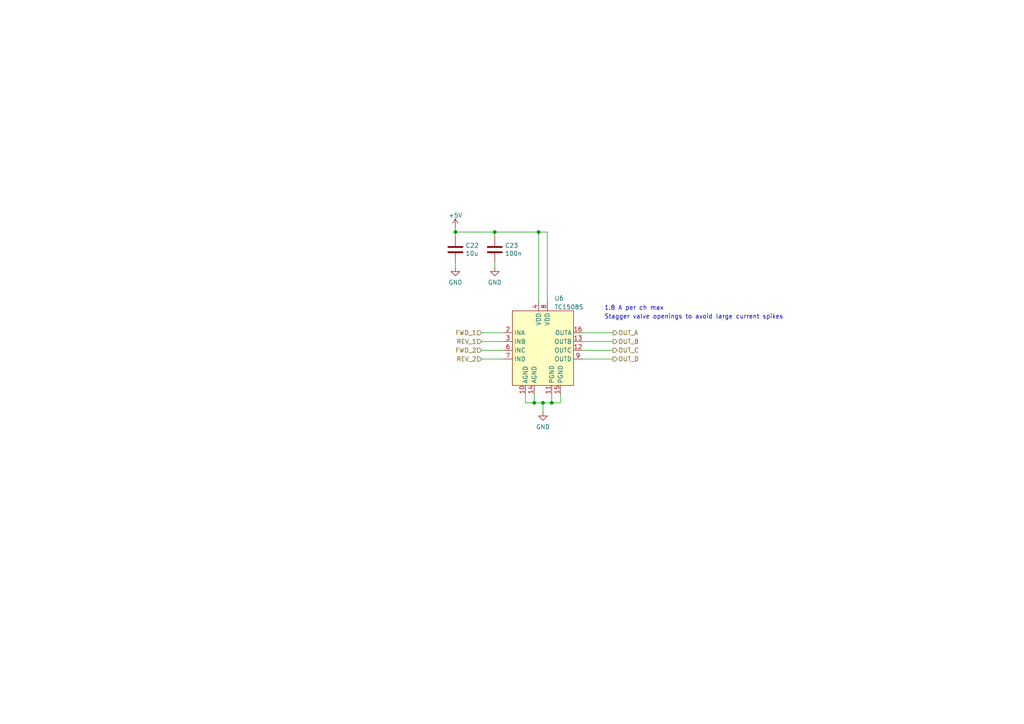
<source format=kicad_sch>
(kicad_sch (version 20211123) (generator eeschema)
  (paper "A4")
  (title_block (title "CO2 Chamber - Valve Driver") (date "2022-06-21") (rev "2"))
  (lib_symbols
    (symbol "Device:C" (pin_numbers hide) (pin_names (offset 0.254))
      (property "Reference" "C" (at 0.635 2.54 0))
      (property "Value" "C" (at 0.635 -2.54 0))
      (symbol "C_0_1"
        (polyline (pts (xy -2.032 -0.762) (xy 2.032 -0.762)) (stroke (width 0.508)))
        (polyline (pts (xy -2.032 0.762) (xy 2.032 0.762)) (stroke (width 0.508)))
      )
      (symbol "C_1_1"
        (pin passive line (at 0 3.81 270) (length 2.794) (name "~") (number "1"))
        (pin passive line (at 0 -3.81 90) (length 2.794) (name "~") (number "2"))
      )
    )
    (symbol "co2_sensor_node:TC1508S"
      (property "Reference" "U" (at 7.62 3.81 0))
      (property "Value" "TC1508S" (at 7.62 1.27 0))
      (symbol "TC1508S_0_1"
        (rectangle (start -8.89 0) (end 8.89 -21.59) (stroke (width 0.1524)) (fill (type background)))
      )
      (symbol "TC1508S_1_1"
        (pin power_in line (at -5.08 -24.13 90) (length 2.54) (name "AGND") (number "10"))
        (pin power_in line (at 2.54 -24.13 90) (length 2.54) (name "PGND") (number "11"))
        (pin output line (at 11.43 -11.43 180) (length 2.54) (name "OUTC") (number "12"))
        (pin output line (at 11.43 -8.89 180) (length 2.54) (name "OUTB") (number "13"))
        (pin power_in line (at -2.54 -24.13 90) (length 2.54) (name "AGND") (number "14"))
        (pin power_in line (at 5.08 -24.13 90) (length 2.54) (name "PGND") (number "15"))
        (pin output line (at 11.43 -6.35 180) (length 2.54) (name "OUTA") (number "16"))
        (pin input line (at -11.43 -6.35 0) (length 2.54) (name "INA") (number "2"))
        (pin input line (at -11.43 -8.89 0) (length 2.54) (name "INB") (number "3"))
        (pin power_in line (at -1.27 2.54 270) (length 2.54) (name "VDD") (number "4"))
        (pin input line (at -11.43 -11.43 0) (length 2.54) (name "INC") (number "6"))
        (pin input line (at -11.43 -13.97 0) (length 2.54) (name "IND") (number "7"))
        (pin power_in line (at 1.27 2.54 270) (length 2.54) (name "VDD") (number "8"))
        (pin output line (at 11.43 -13.97 180) (length 2.54) (name "OUTD") (number "9"))
      )
    )
    (symbol "power:+5V" (power) (pin_names (offset 0))
      (property "Value" "+5V" (at 0 3.556 0))
      (symbol "+5V_0_1"
        (polyline (pts (xy -0.762 1.27) (xy 0 2.54)))
        (polyline (pts (xy 0 0) (xy 0 2.54)))
        (polyline (pts (xy 0 2.54) (xy 0.762 1.27)))
      )
      (symbol "+5V_1_1"
        (pin power_in line (at 0 0 90) (length 0) hide (name "+5V") (number "1"))
      )
    )
    (symbol "power:GND" (power) (pin_names (offset 0))
      (property "Value" "GND" (at 0 -3.81 0))
      (symbol "GND_0_1"
        (polyline (pts (xy 0 0) (xy 0 -1.27) (xy 1.27 -1.27) (xy 0 -2.54) (xy -1.27 -1.27) (xy 0 -1.27)))
      )
      (symbol "GND_1_1"
        (pin power_in line (at 0 0 270) (length 0) hide (name "GND") (number "1"))
      )
    )
  )
  (junction (at 157.48 116.84))
  (junction (at 160.02 116.84))
  (junction (at 132.08 67.31))
  (junction (at 143.51 67.31))
  (junction (at 156.21 67.31))
  (junction (at 154.94 116.84))
  (wire (pts (xy 156.21 67.31) (xy 158.75 67.31)))
  (wire (pts (xy 152.4 116.84) (xy 154.94 116.84)))
  (wire (pts (xy 139.7 96.52) (xy 146.05 96.52)))
  (wire (pts (xy 132.08 67.31) (xy 132.08 68.58)))
  (wire (pts (xy 139.7 104.14) (xy 146.05 104.14)))
  (wire (pts (xy 132.08 76.2) (xy 132.08 77.47)))
  (wire (pts (xy 168.91 96.52) (xy 177.8 96.52)))
  (wire (pts (xy 162.56 114.3) (xy 162.56 116.84)))
  (wire (pts (xy 152.4 114.3) (xy 152.4 116.84)))
  (wire (pts (xy 132.08 67.31) (xy 143.51 67.31)))
  (wire (pts (xy 143.51 68.58) (xy 143.51 67.31)))
  (wire (pts (xy 168.91 101.6) (xy 177.8 101.6)))
  (wire (pts (xy 143.51 67.31) (xy 156.21 67.31)))
  (wire (pts (xy 168.91 104.14) (xy 177.8 104.14)))
  (wire (pts (xy 132.08 66.04) (xy 132.08 67.31)))
  (wire (pts (xy 154.94 114.3) (xy 154.94 116.84)))
  (wire (pts (xy 139.7 101.6) (xy 146.05 101.6)))
  (wire (pts (xy 157.48 116.84) (xy 160.02 116.84)))
  (wire (pts (xy 154.94 116.84) (xy 157.48 116.84)))
  (wire (pts (xy 143.51 76.2) (xy 143.51 77.47)))
  (wire (pts (xy 158.75 67.31) (xy 158.75 87.63)))
  (wire (pts (xy 139.7 99.06) (xy 146.05 99.06)))
  (wire (pts (xy 156.21 67.31) (xy 156.21 87.63)))
  (wire (pts (xy 157.48 116.84) (xy 157.48 119.38)))
  (wire (pts (xy 168.91 99.06) (xy 177.8 99.06)))
  (wire (pts (xy 160.02 116.84) (xy 162.56 116.84)))
  (wire (pts (xy 160.02 114.3) (xy 160.02 116.84)))
  (text "1.8 A per ch max" (at 175.26 90.17 0) (effects (font (size 1.27 1.27)) (justify left bottom)))
  (text "Stagger valve openings to avoid large current spikes" (at 175.26 92.71 0) (effects (font (size 1.27 1.27)) (justify left bottom)))
  (hierarchical_label "FWD_2" (shape input) (at 139.7 101.6 180))
  (hierarchical_label "OUT_D" (shape output) (at 177.8 104.14 0))
  (hierarchical_label "FWD_1" (shape input) (at 139.7 96.52 180))
  (hierarchical_label "OUT_A" (shape output) (at 177.8 96.52 0))
  (hierarchical_label "OUT_C" (shape output) (at 177.8 101.6 0))
  (hierarchical_label "REV_2" (shape input) (at 139.7 104.14 180))
  (hierarchical_label "REV_1" (shape input) (at 139.7 99.06 180))
  (hierarchical_label "OUT_B" (shape output) (at 177.8 99.06 0))
  (symbol (lib_id "Device:C") (at 132.08 72.39 0) (unit 1)
    (property "Reference" "C22" (at 135.001 71.2216 0) (effects (justify left)))
    (property "Value" "10u" (at 135.001 73.533 0) (effects (justify left)))
    (property "Footprint" "Capacitor_SMD:C_0805_2012Metric" (effects hide))
    (property "LCSC" "C15850" (effects hide))
  )
  (symbol (lib_id "co2_sensor_node:TC1508S") (at 157.48 90.17 0) (unit 1)
    (property "Reference" "U6" (at 160.7694 86.521 0) (effects (justify left)))
    (property "Value" "TC1508S" (at 160.7694 89.0579 0) (effects (justify left)))
    (property "Footprint" "Package_SO:SOP-16_3.9x9.9mm_P1.27mm" (effects hide))
    (property "Datasheet" "https://datasheet.lcsc.com/lcsc/2202252130_Shenzhen-Fuman-Elec-TC1508S_C89480.pdf" (effects hide))
    (property "LCSC" "C89480" (effects hide))
  )
  (symbol (lib_id "power:GND") (at 143.51 77.47 0) (unit 1)
    (property "Reference" "#PWR066" (effects hide))
    (property "Value" "GND" (at 143.51 81.9134 0))
  )
  (symbol (lib_id "power:+5V") (at 132.08 66.04 0) (unit 1)
    (property "Reference" "#PWR064" (effects hide))
    (property "Value" "+5V" (at 132.08 62.4642 0))
  )
  (symbol (lib_id "power:GND") (at 157.48 119.38 0) (unit 1)
    (property "Reference" "#PWR067" (effects hide))
    (property "Value" "GND" (at 157.48 123.8234 0))
  )
  (symbol (lib_id "power:GND") (at 132.08 77.47 0) (unit 1)
    (property "Reference" "#PWR065" (effects hide))
    (property "Value" "GND" (at 132.08 81.9134 0))
  )
  (symbol (lib_id "Device:C") (at 143.51 72.39 0) (unit 1)
    (property "Reference" "C23" (at 146.431 71.2216 0) (effects (justify left)))
    (property "Value" "100n" (at 146.431 73.533 0) (effects (justify left)))
    (property "Footprint" "Capacitor_SMD:C_0603_1608Metric" (effects hide))
    (property "LCSC" "C14663" (effects hide))
  )
)
</source>
